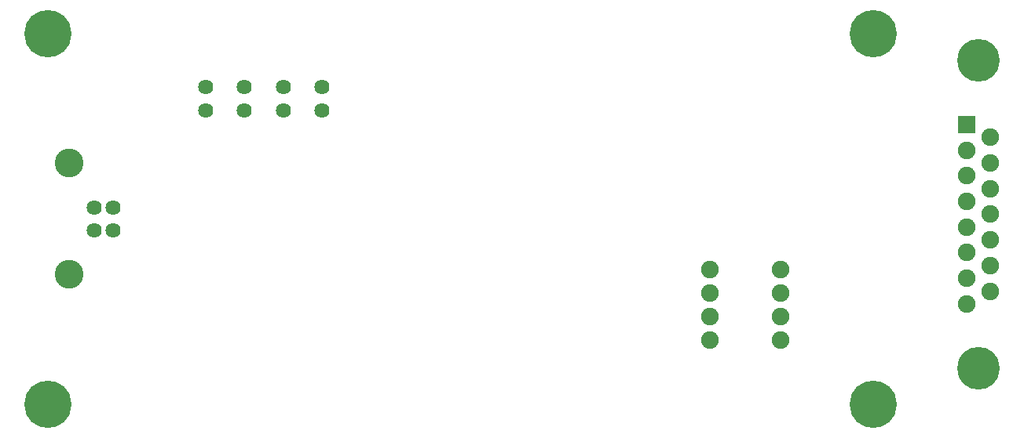
<source format=gbs>
G04 Layer: BottomSolderMaskLayer*
G04 EasyEDA v6.5.39, 2025-03-31 16:42:18*
G04 8c5cdcb6969146bda3c33439ce40f75b,8c5f514d37a848dc893bb94b3339d7fb,10*
G04 Gerber Generator version 0.2*
G04 Scale: 100 percent, Rotated: No, Reflected: No *
G04 Dimensions in millimeters *
G04 leading zeros omitted , absolute positions ,4 integer and 5 decimal *
%FSLAX45Y45*%
%MOMM*%

%ADD10C,1.9016*%
%ADD11R,1.9016X1.9016*%
%ADD12C,4.6016*%
%ADD13C,3.1016*%
%ADD14C,1.6256*%
%ADD15C,5.1016*%

%LPD*%
D10*
G01*
X10947400Y8412645D03*
G01*
X10947400Y7027659D03*
G01*
X10947400Y6750646D03*
G01*
X10693400Y6612166D03*
G01*
X10693400Y6889153D03*
G01*
X10693400Y7166165D03*
G01*
X10947400Y7304646D03*
G01*
X10947400Y7581658D03*
G01*
X10947400Y7858645D03*
G01*
X10947400Y8135658D03*
G01*
X10693400Y7443152D03*
G01*
X10693400Y7720164D03*
G01*
X10693400Y8274164D03*
D11*
G01*
X10693400Y8551151D03*
D10*
G01*
X10693400Y7997151D03*
D12*
G01*
X10820425Y5915901D03*
G01*
X10820425Y9247898D03*
D10*
G01*
X7924800Y6985000D03*
G01*
X7924800Y6731000D03*
G01*
X8686800Y6985000D03*
G01*
X8686800Y6731000D03*
G01*
X7924800Y6477000D03*
G01*
X7924800Y6223000D03*
G01*
X8686800Y6477000D03*
G01*
X8686800Y6223000D03*
D13*
G01*
X1021816Y8133079D03*
G01*
X1021816Y6929069D03*
D14*
G01*
X1292809Y7406081D03*
G01*
X1292809Y7656068D03*
G01*
X1492808Y7656068D03*
G01*
X1492808Y7406081D03*
G01*
X3327400Y8699500D03*
G01*
X3327400Y8953500D03*
G01*
X3746500Y8699500D03*
G01*
X3746500Y8953500D03*
G01*
X2908300Y8699500D03*
G01*
X2908300Y8953500D03*
G01*
X2489200Y8699500D03*
G01*
X2489200Y8953500D03*
D15*
G01*
X792784Y5531104D03*
G01*
X792784Y9531095D03*
G01*
X9692766Y9531095D03*
G01*
X9692766Y5531104D03*
M02*

</source>
